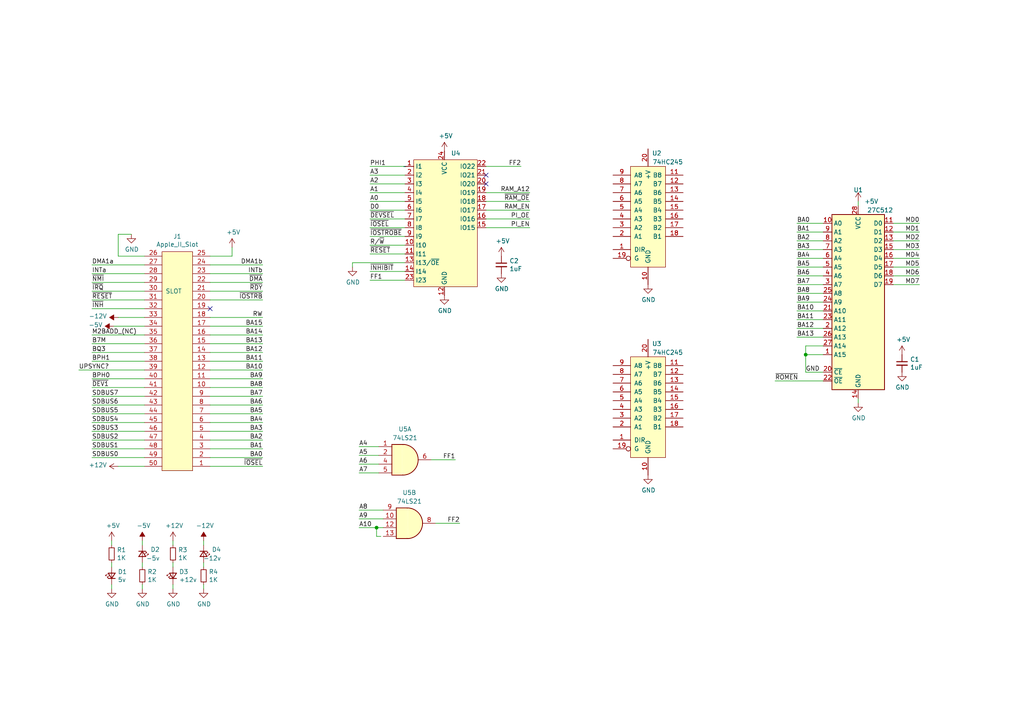
<source format=kicad_sch>
(kicad_sch (version 20230121) (generator eeschema)
  (paper "A4")
  (title_block (title "IWM ROM Card Proto") (rev "1") (company "baldengineer.com") (comment 1 "Mega IIe"))
  (lib_symbols
    (symbol "74xx:74LS21" (pin_names (offset 1.016))
      (property "Reference" "U" (at 0 1.27 0))
      (property "Value" "74LS21" (at 0 -1.27 0))
      (symbol "74LS21_1_1"
        (arc (start -0.635 -4.445) (mid 3.7907 0) (end -0.635 4.445) (stroke (width 0.254)) (fill (type background)))
        (polyline (pts (xy -0.635 4.445) (xy -3.81 4.445) (xy -3.81 -4.445) (xy -0.635 -4.445)) (stroke (width 0.254)) (fill (type background)))
        (pin input line (at -7.62 3.81 0) (length 3.81) (name "~") (number "1"))
        (pin input line (at -7.62 1.27 0) (length 3.81) (name "~") (number "2"))
        (pin input line (at -7.62 -1.27 0) (length 3.81) (name "~") (number "4"))
        (pin input line (at -7.62 -3.81 0) (length 3.81) (name "~") (number "5"))
        (pin output line (at 7.62 0 180) (length 3.81) (name "~") (number "6"))
      )
      (symbol "74LS21_1_2"
        (arc (start -3.81 -4.445) (mid -2.5908 0) (end -3.81 4.445) (stroke (width 0.254)))
        (arc (start -0.6096 -4.445) (mid 2.2246 -2.8422) (end 3.81 0) (stroke (width 0.254)) (fill (type background)))
        (polyline (pts (xy -3.81 -4.445) (xy -0.635 -4.445)) (stroke (width 0.254)) (fill (type background)))
        (polyline (pts (xy -3.81 4.445) (xy -0.635 4.445)) (stroke (width 0.254)) (fill (type background)))
        (polyline (pts (xy -0.635 4.445) (xy -3.81 4.445) (xy -3.81 4.445) (xy -3.6322 4.0894) (xy -3.0988 2.921) (xy -2.7686 1.6764) (xy -2.6162 0.4318) (xy -2.6416 -0.8636) (xy -2.8702 -2.1082) (xy -3.2512 -3.3274) (xy -3.81 -4.445) (xy -3.81 -4.445) (xy -0.635 -4.445)) (stroke (width -25.4)) (fill (type background)))
        (arc (start 3.81 0) (mid 2.2204 2.8379) (end -0.6096 4.445) (stroke (width 0.254)) (fill (type background)))
        (pin input inverted (at -7.62 3.81 0) (length 3.81) (name "~") (number "1"))
        (pin input inverted (at -7.62 1.27 0) (length 4.826) (name "~") (number "2"))
        (pin input inverted (at -7.62 -1.27 0) (length 4.826) (name "~") (number "4"))
        (pin input inverted (at -7.62 -3.81 0) (length 3.81) (name "~") (number "5"))
        (pin output inverted (at 7.62 0 180) (length 3.81) (name "~") (number "6"))
      )
      (symbol "74LS21_2_1"
        (arc (start -0.635 -4.445) (mid 3.7907 0) (end -0.635 4.445) (stroke (width 0.254)) (fill (type background)))
        (polyline (pts (xy -0.635 4.445) (xy -3.81 4.445) (xy -3.81 -4.445) (xy -0.635 -4.445)) (stroke (width 0.254)) (fill (type background)))
        (pin input line (at -7.62 1.27 0) (length 3.81) (name "~") (number "10"))
        (pin input line (at -7.62 -1.27 0) (length 3.81) (name "~") (number "12"))
        (pin input line (at -7.62 -3.81 0) (length 3.81) (name "~") (number "13"))
        (pin output line (at 7.62 0 180) (length 3.81) (name "~") (number "8"))
        (pin input line (at -7.62 3.81 0) (length 3.81) (name "~") (number "9"))
      )
      (symbol "74LS21_2_2"
        (arc (start -3.81 -4.445) (mid -2.5908 0) (end -3.81 4.445) (stroke (width 0.254)))
        (arc (start -0.6096 -4.445) (mid 2.2246 -2.8422) (end 3.81 0) (stroke (width 0.254)) (fill (type background)))
        (polyline (pts (xy -3.81 -4.445) (xy -0.635 -4.445)) (stroke (width 0.254)) (fill (type background)))
        (polyline (pts (xy -3.81 4.445) (xy -0.635 4.445)) (stroke (width 0.254)) (fill (type background)))
        (polyline (pts (xy -0.635 4.445) (xy -3.81 4.445) (xy -3.81 4.445) (xy -3.6322 4.0894) (xy -3.0988 2.921) (xy -2.7686 1.6764) (xy -2.6162 0.4318) (xy -2.6416 -0.8636) (xy -2.8702 -2.1082) (xy -3.2512 -3.3274) (xy -3.81 -4.445) (xy -3.81 -4.445) (xy -0.635 -4.445)) (stroke (width -25.4)) (fill (type background)))
        (arc (start 3.81 0) (mid 2.2204 2.8379) (end -0.6096 4.445) (stroke (width 0.254)) (fill (type background)))
        (pin input inverted (at -7.62 1.27 0) (length 4.826) (name "~") (number "10"))
        (pin input inverted (at -7.62 -1.27 0) (length 4.826) (name "~") (number "12"))
        (pin input inverted (at -7.62 -3.81 0) (length 3.81) (name "~") (number "13"))
        (pin output inverted (at 7.62 0 180) (length 3.81) (name "~") (number "8"))
        (pin input inverted (at -7.62 3.81 0) (length 3.81) (name "~") (number "9"))
      )
      (symbol "74LS21_3_0"
        (pin power_in line (at 0 12.7 270) (length 5.08) (name "VCC") (number "14"))
        (pin power_in line (at 0 -12.7 90) (length 5.08) (name "GND") (number "7"))
      )
      (symbol "74LS21_3_1"
        (rectangle (start -5.08 7.62) (end 5.08 -7.62) (stroke (width 0.254)) (fill (type background)))
      )
    )
    (symbol "Device:C_Small" (pin_numbers hide) (pin_names (offset 0.254) hide)
      (property "Reference" "C" (at 0.254 1.778 0))
      (property "Value" "C_Small" (at 0.254 -2.032 0))
      (symbol "C_Small_0_1"
        (polyline (pts (xy -1.524 -0.508) (xy 1.524 -0.508)) (stroke (width 0.3302)))
        (polyline (pts (xy -1.524 0.508) (xy 1.524 0.508)) (stroke (width 0.3048)))
      )
      (symbol "C_Small_1_1"
        (pin passive line (at 0 2.54 270) (length 2.032) (name "~") (number "1"))
        (pin passive line (at 0 -2.54 90) (length 2.032) (name "~") (number "2"))
      )
    )
    (symbol "Device:LED_Small" (pin_numbers hide) (pin_names (offset 0.254) hide)
      (property "Reference" "D" (at -1.27 3.175 0))
      (property "Value" "LED_Small" (at -4.445 -2.54 0))
      (symbol "LED_Small_0_1"
        (polyline (pts (xy -0.762 -1.016) (xy -0.762 1.016)) (stroke (width 0.254)))
        (polyline (pts (xy 1.016 0) (xy -0.762 0)))
        (polyline (pts (xy 0.762 -1.016) (xy -0.762 0) (xy 0.762 1.016) (xy 0.762 -1.016)) (stroke (width 0.254)))
        (polyline (pts (xy 0 0.762) (xy -0.508 1.27) (xy -0.254 1.27) (xy -0.508 1.27) (xy -0.508 1.016)))
        (polyline (pts (xy 0.508 1.27) (xy 0 1.778) (xy 0.254 1.778) (xy 0 1.778) (xy 0 1.524)))
      )
      (symbol "LED_Small_1_1"
        (pin passive line (at -2.54 0 0) (length 1.778) (name "K") (number "1"))
        (pin passive line (at 2.54 0 180) (length 1.778) (name "A") (number "2"))
      )
    )
    (symbol "Memory_EPROM:27C512"
      (property "Reference" "U" (at -7.62 26.67 0))
      (property "Value" "27C512" (at 2.54 -26.67 0))
      (symbol "27C512_1_1"
        (rectangle (start -7.62 25.4) (end 7.62 -25.4) (stroke (width 0.254)) (fill (type background)))
        (pin input line (at -10.16 -15.24 0) (length 2.54) (name "A15") (number "1"))
        (pin input line (at -10.16 22.86 0) (length 2.54) (name "A0") (number "10"))
        (pin tri_state line (at 10.16 22.86 180) (length 2.54) (name "D0") (number "11"))
        (pin tri_state line (at 10.16 20.32 180) (length 2.54) (name "D1") (number "12"))
        (pin tri_state line (at 10.16 17.78 180) (length 2.54) (name "D2") (number "13"))
        (pin power_in line (at 0 -27.94 90) (length 2.54) (name "GND") (number "14"))
        (pin tri_state line (at 10.16 15.24 180) (length 2.54) (name "D3") (number "15"))
        (pin tri_state line (at 10.16 12.7 180) (length 2.54) (name "D4") (number "16"))
        (pin tri_state line (at 10.16 10.16 180) (length 2.54) (name "D5") (number "17"))
        (pin tri_state line (at 10.16 7.62 180) (length 2.54) (name "D6") (number "18"))
        (pin tri_state line (at 10.16 5.08 180) (length 2.54) (name "D7") (number "19"))
        (pin input line (at -10.16 -7.62 0) (length 2.54) (name "A12") (number "2"))
        (pin input line (at -10.16 -20.32 0) (length 2.54) (name "~{CE}") (number "20"))
        (pin input line (at -10.16 -2.54 0) (length 2.54) (name "A10") (number "21"))
        (pin input line (at -10.16 -22.86 0) (length 2.54) (name "~{OE}") (number "22"))
        (pin input line (at -10.16 -5.08 0) (length 2.54) (name "A11") (number "23"))
        (pin input line (at -10.16 0 0) (length 2.54) (name "A9") (number "24"))
        (pin input line (at -10.16 2.54 0) (length 2.54) (name "A8") (number "25"))
        (pin input line (at -10.16 -10.16 0) (length 2.54) (name "A13") (number "26"))
        (pin input line (at -10.16 -12.7 0) (length 2.54) (name "A14") (number "27"))
        (pin power_in line (at 0 27.94 270) (length 2.54) (name "VCC") (number "28"))
        (pin input line (at -10.16 5.08 0) (length 2.54) (name "A7") (number "3"))
        (pin input line (at -10.16 7.62 0) (length 2.54) (name "A6") (number "4"))
        (pin input line (at -10.16 10.16 0) (length 2.54) (name "A5") (number "5"))
        (pin input line (at -10.16 12.7 0) (length 2.54) (name "A4") (number "6"))
        (pin input line (at -10.16 15.24 0) (length 2.54) (name "A3") (number "7"))
        (pin input line (at -10.16 17.78 0) (length 2.54) (name "A2") (number "8"))
        (pin input line (at -10.16 20.32 0) (length 2.54) (name "A1") (number "9"))
      )
    )
    (symbol "My Library:GAL20V8"
      (property "Reference" "U" (at 4.445 20.32 0))
      (symbol "GAL20V8_0_0"
        (pin input line (at -11.43 16.51 0) (length 2.54) (name "I1") (number "1"))
        (pin input line (at -11.43 -6.35 0) (length 2.54) (name "I10") (number "10"))
        (pin input line (at -11.43 -8.89 0) (length 2.54) (name "I11") (number "11"))
        (pin power_in line (at 0 -20.955 90) (length 2.54) (name "GND") (number "12"))
        (pin input line (at -11.43 -13.97 0) (length 2.54) (name "I14") (number "14"))
        (pin bidirectional line (at 12.065 -1.27 180) (length 2.54) (name "IO15") (number "15"))
        (pin bidirectional line (at 12.065 1.27 180) (length 2.54) (name "IO16") (number "16"))
        (pin bidirectional line (at 12.065 3.81 180) (length 2.54) (name "IO17") (number "17"))
        (pin bidirectional line (at 12.065 6.35 180) (length 2.54) (name "IO18") (number "18"))
        (pin bidirectional line (at 12.065 8.89 180) (length 2.54) (name "IO19") (number "19"))
        (pin input line (at -11.43 13.97 0) (length 2.54) (name "i2") (number "2"))
        (pin bidirectional line (at 12.065 11.43 180) (length 2.54) (name "IO20") (number "20"))
        (pin bidirectional line (at 12.065 13.97 180) (length 2.54) (name "IO21") (number "21"))
        (pin bidirectional line (at 12.065 16.51 180) (length 2.54) (name "IO22") (number "22"))
        (pin input line (at -11.43 -16.51 0) (length 2.54) (name "I23") (number "23"))
        (pin power_in line (at 0 20.955 270) (length 2.54) (name "VCC") (number "24"))
        (pin input line (at -11.43 11.43 0) (length 2.54) (name "I3") (number "3"))
        (pin input line (at -11.43 8.89 0) (length 2.54) (name "I4") (number "4"))
        (pin input line (at -11.43 6.35 0) (length 2.54) (name "I5") (number "5"))
        (pin input line (at -11.43 3.81 0) (length 2.54) (name "I6") (number "6"))
        (pin input line (at -11.43 1.27 0) (length 2.54) (name "I7") (number "7"))
        (pin input line (at -11.43 -1.27 0) (length 2.54) (name "I8") (number "8"))
        (pin input line (at -11.43 -3.81 0) (length 2.54) (name "I9") (number "9"))
      )
      (symbol "GAL20V8_1_0"
        (pin input line (at -11.43 -11.43 0) (length 2.54) (name "I13/~{OE}") (number "13"))
      )
      (symbol "GAL20V8_1_1"
        (rectangle (start -8.89 18.415) (end 9.525 -18.415) (fill (type background)))
      )
    )
    (symbol "gd-io-proto-pcb-rescue:74HCT245-Apple_IIgs_Symbols" (pin_names (offset 1.016))
      (property "Reference" "U" (at 2.54 19.05 0))
      (property "Value" "74HCT245-Apple_IIgs_Symbols" (at 6.35 16.51 0))
      (symbol "74HCT245-Apple_IIgs_Symbols_0_0"
        (rectangle (start -5.08 15.24) (end 5.08 -13.97) (fill (type background)))
      )
      (symbol "74HCT245-Apple_IIgs_Symbols_1_1"
        (pin input line (at -10.16 -8.89 0) (length 5.08) (name "DIR") (number "1"))
        (pin input line (at 0 -19.05 90) (length 5.08) (name "GND") (number "10"))
        (pin input line (at 10.16 12.7 180) (length 5.08) (name "B8") (number "11"))
        (pin input line (at 10.16 10.16 180) (length 5.08) (name "B7") (number "12"))
        (pin input line (at 10.16 7.62 180) (length 5.08) (name "B6") (number "13"))
        (pin input line (at 10.16 5.08 180) (length 5.08) (name "B5") (number "14"))
        (pin input line (at 10.16 2.54 180) (length 5.08) (name "B4") (number "15"))
        (pin input line (at 10.16 0 180) (length 5.08) (name "B3") (number "16"))
        (pin input line (at 10.16 -2.54 180) (length 5.08) (name "B2") (number "17"))
        (pin input line (at 10.16 -5.08 180) (length 5.08) (name "B1") (number "18"))
        (pin input inverted (at -10.16 -11.43 0) (length 5.08) (name "G") (number "19"))
        (pin input line (at -10.16 -5.08 0) (length 5.08) (name "A1") (number "2"))
        (pin input line (at 0 20.32 270) (length 5.08) (name "+V") (number "20"))
        (pin input line (at -10.16 -2.54 0) (length 5.08) (name "A2") (number "3"))
        (pin input line (at -10.16 0 0) (length 5.08) (name "A3") (number "4"))
        (pin input line (at -10.16 2.54 0) (length 5.08) (name "A4") (number "5"))
        (pin input line (at -10.16 5.08 0) (length 5.08) (name "A5") (number "6"))
        (pin input line (at -10.16 7.62 0) (length 5.08) (name "A6") (number "7"))
        (pin input line (at -10.16 10.16 0) (length 5.08) (name "A7") (number "8"))
        (pin input line (at -10.16 12.7 0) (length 5.08) (name "A8") (number "9"))
      )
    )
    (symbol "gd-io-proto-pcb-rescue:Apple_II_Slot-Apple_IIgs_Symbols" (pin_names (offset 1.016))
      (property "Reference" "J" (at 0 27.94 0))
      (property "Value" "Apple_II_Slot-Apple_IIgs_Symbols" (at 1.27 31.75 0))
      (symbol "Apple_II_Slot-Apple_IIgs_Symbols_0_0"
        (rectangle (start -3.81 30.48) (end 5.08 -33.02) (fill (type background)))
      )
      (symbol "Apple_II_Slot-Apple_IIgs_Symbols_1_1"
        (pin input line (at 10.16 -31.75 180) (length 5.08) (name "~") (number "1"))
        (pin input line (at 10.16 -8.89 180) (length 5.08) (name "~") (number "10"))
        (pin input line (at 10.16 -6.35 180) (length 5.08) (name "~") (number "11"))
        (pin input line (at 10.16 -3.81 180) (length 5.08) (name "~") (number "12"))
        (pin input line (at 10.16 -1.27 180) (length 5.08) (name "~") (number "13"))
        (pin input line (at 10.16 1.27 180) (length 5.08) (name "~") (number "14"))
        (pin input line (at 10.16 3.81 180) (length 5.08) (name "~") (number "15"))
        (pin input line (at 10.16 6.35 180) (length 5.08) (name "~") (number "16"))
        (pin input line (at 10.16 8.89 180) (length 5.08) (name "~") (number "17"))
        (pin input line (at 10.16 11.43 180) (length 5.08) (name "~") (number "18"))
        (pin input line (at 10.16 13.97 180) (length 5.08) (name "~") (number "19"))
        (pin input line (at 10.16 -29.21 180) (length 5.08) (name "~") (number "2"))
        (pin input line (at 10.16 16.51 180) (length 5.08) (name "~") (number "20"))
        (pin input line (at 10.16 19.05 180) (length 5.08) (name "~") (number "21"))
        (pin input line (at 10.16 21.59 180) (length 5.08) (name "~") (number "22"))
        (pin input line (at 10.16 24.13 180) (length 5.08) (name "~") (number "23"))
        (pin input line (at 10.16 26.67 180) (length 5.08) (name "~") (number "24"))
        (pin input line (at 10.16 29.21 180) (length 5.08) (name "~") (number "25"))
        (pin input line (at -8.89 29.21 0) (length 5.08) (name "~") (number "26"))
        (pin input line (at -8.89 26.67 0) (length 5.08) (name "~") (number "27"))
        (pin input line (at -8.89 24.13 0) (length 5.08) (name "~") (number "28"))
        (pin input line (at -8.89 21.59 0) (length 5.08) (name "~") (number "29"))
        (pin input line (at 10.16 -26.67 180) (length 5.08) (name "~") (number "3"))
        (pin input line (at -8.89 19.05 0) (length 5.08) (name "SLOT") (number "30"))
        (pin input line (at -8.89 16.51 0) (length 5.08) (name "~") (number "31"))
        (pin input line (at -8.89 13.97 0) (length 5.08) (name "~") (number "32"))
        (pin input line (at -8.89 11.43 0) (length 5.08) (name "~") (number "33"))
        (pin input line (at -8.89 8.89 0) (length 5.08) (name "~") (number "34"))
        (pin input line (at -8.89 6.35 0) (length 5.08) (name "~") (number "35"))
        (pin input line (at -8.89 3.81 0) (length 5.08) (name "~") (number "36"))
        (pin input line (at -8.89 1.27 0) (length 5.08) (name "~") (number "37"))
        (pin input line (at -8.89 -1.27 0) (length 5.08) (name "~") (number "38"))
        (pin input line (at -8.89 -3.81 0) (length 5.08) (name "~") (number "39"))
        (pin input line (at 10.16 -24.13 180) (length 5.08) (name "~") (number "4"))
        (pin input line (at -8.89 -6.35 0) (length 5.08) (name "~") (number "40"))
        (pin input line (at -8.89 -8.89 0) (length 5.08) (name "~") (number "41"))
        (pin input line (at -8.89 -11.43 0) (length 5.08) (name "~") (number "42"))
        (pin input line (at -8.89 -13.97 0) (length 5.08) (name "~") (number "43"))
        (pin input line (at -8.89 -16.51 0) (length 5.08) (name "~") (number "44"))
        (pin input line (at -8.89 -19.05 0) (length 5.08) (name "~") (number "45"))
        (pin input line (at -8.89 -21.59 0) (length 5.08) (name "~") (number "46"))
        (pin input line (at -8.89 -24.13 0) (length 5.08) (name "~") (number "47"))
        (pin input line (at -8.89 -26.67 0) (length 5.08) (name "~") (number "48"))
        (pin input line (at -8.89 -29.21 0) (length 5.08) (name "~") (number "49"))
        (pin input line (at 10.16 -21.59 180) (length 5.08) (name "~") (number "5"))
        (pin input line (at -8.89 -31.75 0) (length 5.08) (name "~") (number "50"))
        (pin input line (at 10.16 -19.05 180) (length 5.08) (name "~") (number "6"))
        (pin input line (at 10.16 -16.51 180) (length 5.08) (name "~") (number "7"))
        (pin input line (at 10.16 -13.97 180) (length 5.08) (name "~") (number "8"))
        (pin input line (at 10.16 -11.43 180) (length 5.08) (name "~") (number "9"))
      )
    )
    (symbol "gd-io-proto-pcb-rescue:R_0805-My_Library" (pin_numbers hide) (pin_names (offset 0.254) hide)
      (property "Reference" "R" (at 0.762 0.508 0))
      (property "Value" "R_0805-My_Library" (at 0.762 -1.016 0))
      (symbol "R_0805-My_Library_0_1"
        (rectangle (start -0.762 1.778) (end 0.762 -1.778) (stroke (width 0.2032)))
      )
      (symbol "R_0805-My_Library_1_1"
        (pin passive line (at 0 2.54 270) (length 0.762) (name "~") (number "1"))
        (pin passive line (at 0 -2.54 90) (length 0.762) (name "~") (number "2"))
      )
    )
    (symbol "power:+12V" (power) (pin_names (offset 0))
      (property "Value" "+12V" (at 0 3.556 0))
      (symbol "+12V_0_1"
        (polyline (pts (xy -0.762 1.27) (xy 0 2.54)))
        (polyline (pts (xy 0 0) (xy 0 2.54)))
        (polyline (pts (xy 0 2.54) (xy 0.762 1.27)))
      )
      (symbol "+12V_1_1"
        (pin power_in line (at 0 0 90) (length 0) hide (name "+12V") (number "1"))
      )
    )
    (symbol "power:+5V" (power) (pin_names (offset 0))
      (property "Value" "+5V" (at 0 3.556 0))
      (symbol "+5V_0_1"
        (polyline (pts (xy -0.762 1.27) (xy 0 2.54)))
        (polyline (pts (xy 0 0) (xy 0 2.54)))
        (polyline (pts (xy 0 2.54) (xy 0.762 1.27)))
      )
      (symbol "+5V_1_1"
        (pin power_in line (at 0 0 90) (length 0) hide (name "+5V") (number "1"))
      )
    )
    (symbol "power:-12V" (power) (pin_names (offset 0))
      (property "Value" "-12V" (at 0 3.81 0))
      (symbol "-12V_0_0"
        (pin power_in line (at 0 0 90) (length 0) hide (name "-12V") (number "1"))
      )
      (symbol "-12V_0_1"
        (polyline (pts (xy 0 0) (xy 0 1.27) (xy 0.762 1.27) (xy 0 2.54) (xy -0.762 1.27) (xy 0 1.27)) (fill (type outline)))
      )
    )
    (symbol "power:-5V" (power) (pin_names (offset 0))
      (property "Value" "-5V" (at 0 3.81 0))
      (symbol "-5V_0_0"
        (pin power_in line (at 0 0 90) (length 0) hide (name "-5V") (number "1"))
      )
      (symbol "-5V_0_1"
        (polyline (pts (xy 0 0) (xy 0 1.27) (xy 0.762 1.27) (xy 0 2.54) (xy -0.762 1.27) (xy 0 1.27)) (fill (type outline)))
      )
    )
    (symbol "power:GND" (power) (pin_names (offset 0))
      (property "Value" "GND" (at 0 -3.81 0))
      (symbol "GND_0_1"
        (polyline (pts (xy 0 0) (xy 0 -1.27) (xy 1.27 -1.27) (xy 0 -2.54) (xy -1.27 -1.27) (xy 0 -1.27)))
      )
      (symbol "GND_1_1"
        (pin power_in line (at 0 0 270) (length 0) hide (name "GND") (number "1"))
      )
    )
  )
  (junction (at 109.22 153.035))
  (junction (at 233.68 102.87))
  (no_connect (at 140.97 53.34))
  (no_connect (at 140.97 50.8))
  (no_connect (at 60.96 89.535))
  (wire (pts (xy 140.97 55.88) (xy 153.67 55.88)))
  (wire (pts (xy 107.315 66.04) (xy 117.475 66.04)))
  (wire (pts (xy 238.76 82.55) (xy 231.14 82.55)))
  (wire (pts (xy 107.315 63.5) (xy 117.475 63.5)))
  (wire (pts (xy 26.67 79.375) (xy 41.91 79.375)))
  (wire (pts (xy 238.76 87.63) (xy 231.14 87.63)))
  (wire (pts (xy 67.31 71.755) (xy 67.31 74.295)))
  (wire (pts (xy 109.22 153.035) (xy 111.125 153.035)))
  (wire (pts (xy 32.385 170.815) (xy 32.385 169.545)))
  (wire (pts (xy 109.22 155.575) (xy 109.22 153.035)))
  (wire (pts (xy 34.29 92.075) (xy 41.91 92.075)))
  (wire (pts (xy 50.165 170.815) (xy 50.165 169.545)))
  (wire (pts (xy 140.97 60.96) (xy 153.67 60.96)))
  (wire (pts (xy 41.91 86.995) (xy 26.67 86.995)))
  (wire (pts (xy 238.76 69.85) (xy 231.14 69.85)))
  (wire (pts (xy 107.315 71.12) (xy 117.475 71.12)))
  (wire (pts (xy 41.91 97.155) (xy 26.67 97.155)))
  (wire (pts (xy 104.14 153.035) (xy 109.22 153.035)))
  (wire (pts (xy 60.96 76.835) (xy 76.2 76.835)))
  (wire (pts (xy 26.67 76.835) (xy 41.91 76.835)))
  (wire (pts (xy 151.13 48.26) (xy 140.97 48.26)))
  (wire (pts (xy 32.385 164.465) (xy 32.385 163.195)))
  (wire (pts (xy 238.76 107.95) (xy 233.68 107.95)))
  (wire (pts (xy 41.91 81.915) (xy 26.67 81.915)))
  (wire (pts (xy 60.96 92.075) (xy 76.2 92.075)))
  (wire (pts (xy 22.86 107.315) (xy 41.91 107.315)))
  (wire (pts (xy 41.275 156.845) (xy 41.275 158.115)))
  (wire (pts (xy 60.96 130.175) (xy 76.2 130.175)))
  (wire (pts (xy 26.67 120.015) (xy 41.91 120.015)))
  (wire (pts (xy 60.96 125.095) (xy 76.2 125.095)))
  (wire (pts (xy 60.96 79.375) (xy 76.2 79.375)))
  (wire (pts (xy 60.96 94.615) (xy 76.2 94.615)))
  (wire (pts (xy 60.96 127.635) (xy 76.2 127.635)))
  (wire (pts (xy 238.76 72.39) (xy 231.14 72.39)))
  (wire (pts (xy 26.67 102.235) (xy 41.91 102.235)))
  (wire (pts (xy 259.08 82.55) (xy 266.7 82.55)))
  (wire (pts (xy 26.67 132.715) (xy 41.91 132.715)))
  (wire (pts (xy 107.315 60.96) (xy 117.475 60.96)))
  (wire (pts (xy 41.275 170.815) (xy 41.275 169.545)))
  (wire (pts (xy 238.76 92.71) (xy 231.14 92.71)))
  (wire (pts (xy 60.96 84.455) (xy 76.2 84.455)))
  (wire (pts (xy 41.91 84.455) (xy 26.67 84.455)))
  (wire (pts (xy 104.14 134.62) (xy 109.855 134.62)))
  (wire (pts (xy 26.67 122.555) (xy 41.91 122.555)))
  (wire (pts (xy 26.67 114.935) (xy 41.91 114.935)))
  (wire (pts (xy 125.095 133.35) (xy 132.08 133.35)))
  (wire (pts (xy 259.08 69.85) (xy 266.7 69.85)))
  (wire (pts (xy 238.76 85.09) (xy 231.14 85.09)))
  (wire (pts (xy 41.91 99.695) (xy 26.67 99.695)))
  (wire (pts (xy 60.96 97.155) (xy 76.2 97.155)))
  (wire (pts (xy 238.76 97.79) (xy 231.14 97.79)))
  (wire (pts (xy 26.67 104.775) (xy 41.91 104.775)))
  (wire (pts (xy 104.14 150.495) (xy 111.125 150.495)))
  (wire (pts (xy 233.68 102.87) (xy 233.68 107.95)))
  (wire (pts (xy 34.29 67.945) (xy 38.1 67.945)))
  (wire (pts (xy 60.96 104.775) (xy 76.2 104.775)))
  (wire (pts (xy 238.76 67.31) (xy 231.14 67.31)))
  (wire (pts (xy 26.67 117.475) (xy 41.91 117.475)))
  (wire (pts (xy 67.31 74.295) (xy 60.96 74.295)))
  (wire (pts (xy 102.235 76.2) (xy 117.475 76.2)))
  (wire (pts (xy 107.315 50.8) (xy 117.475 50.8)))
  (wire (pts (xy 259.08 74.93) (xy 266.7 74.93)))
  (wire (pts (xy 107.315 73.66) (xy 117.475 73.66)))
  (wire (pts (xy 26.67 112.395) (xy 41.91 112.395)))
  (wire (pts (xy 59.055 164.465) (xy 59.055 163.195)))
  (wire (pts (xy 60.96 81.915) (xy 76.2 81.915)))
  (wire (pts (xy 107.315 48.26) (xy 117.475 48.26)))
  (wire (pts (xy 26.67 125.095) (xy 41.91 125.095)))
  (wire (pts (xy 266.7 64.77) (xy 259.08 64.77)))
  (wire (pts (xy 50.165 156.845) (xy 50.165 158.115)))
  (wire (pts (xy 32.385 156.845) (xy 32.385 158.115)))
  (wire (pts (xy 259.08 72.39) (xy 266.7 72.39)))
  (wire (pts (xy 110.49 155.575) (xy 109.22 155.575)))
  (wire (pts (xy 60.96 99.695) (xy 76.2 99.695)))
  (wire (pts (xy 248.92 115.57) (xy 248.92 116.84)))
  (wire (pts (xy 60.96 120.015) (xy 76.2 120.015)))
  (wire (pts (xy 41.91 74.295) (xy 34.29 74.295)))
  (wire (pts (xy 59.055 170.815) (xy 59.055 169.545)))
  (wire (pts (xy 107.315 55.88) (xy 117.475 55.88)))
  (wire (pts (xy 60.96 109.855) (xy 76.2 109.855)))
  (wire (pts (xy 259.08 67.31) (xy 266.7 67.31)))
  (wire (pts (xy 238.76 102.87) (xy 233.68 102.87)))
  (wire (pts (xy 238.76 64.77) (xy 231.14 64.77)))
  (wire (pts (xy 140.97 66.04) (xy 153.67 66.04)))
  (wire (pts (xy 102.235 76.2) (xy 102.235 77.47)))
  (wire (pts (xy 60.96 112.395) (xy 76.2 112.395)))
  (wire (pts (xy 238.76 74.93) (xy 231.14 74.93)))
  (wire (pts (xy 34.29 74.295) (xy 34.29 67.945)))
  (wire (pts (xy 104.14 132.08) (xy 109.855 132.08)))
  (wire (pts (xy 34.29 135.255) (xy 41.91 135.255)))
  (wire (pts (xy 104.14 137.16) (xy 109.855 137.16)))
  (wire (pts (xy 140.97 58.42) (xy 153.67 58.42)))
  (wire (pts (xy 238.76 90.17) (xy 231.14 90.17)))
  (wire (pts (xy 26.67 109.855) (xy 41.91 109.855)))
  (wire (pts (xy 259.08 80.01) (xy 266.7 80.01)))
  (wire (pts (xy 60.96 86.995) (xy 76.2 86.995)))
  (wire (pts (xy 60.96 135.255) (xy 76.2 135.255)))
  (wire (pts (xy 104.14 129.54) (xy 109.855 129.54)))
  (wire (pts (xy 224.79 110.49) (xy 238.76 110.49)))
  (wire (pts (xy 233.68 102.87) (xy 233.68 100.33)))
  (wire (pts (xy 126.365 151.765) (xy 133.35 151.765)))
  (wire (pts (xy 107.315 81.28) (xy 117.475 81.28)))
  (wire (pts (xy 107.315 58.42) (xy 117.475 58.42)))
  (wire (pts (xy 259.08 77.47) (xy 266.7 77.47)))
  (wire (pts (xy 238.76 100.33) (xy 233.68 100.33)))
  (wire (pts (xy 60.96 117.475) (xy 76.2 117.475)))
  (wire (pts (xy 60.96 122.555) (xy 76.2 122.555)))
  (wire (pts (xy 238.76 80.01) (xy 231.14 80.01)))
  (wire (pts (xy 140.97 63.5) (xy 153.67 63.5)))
  (wire (pts (xy 60.96 132.715) (xy 76.2 132.715)))
  (wire (pts (xy 238.76 95.25) (xy 231.14 95.25)))
  (wire (pts (xy 60.96 107.315) (xy 76.2 107.315)))
  (wire (pts (xy 104.14 147.955) (xy 111.125 147.955)))
  (wire (pts (xy 41.91 89.535) (xy 26.67 89.535)))
  (wire (pts (xy 107.315 78.74) (xy 117.475 78.74)))
  (wire (pts (xy 26.67 127.635) (xy 41.91 127.635)))
  (wire (pts (xy 107.315 68.58) (xy 117.475 68.58)))
  (wire (pts (xy 41.275 164.465) (xy 41.275 163.195)))
  (wire (pts (xy 59.055 156.845) (xy 59.055 158.115)))
  (wire (pts (xy 238.76 77.47) (xy 231.14 77.47)))
  (wire (pts (xy 60.96 114.935) (xy 76.2 114.935)))
  (wire (pts (xy 26.67 130.175) (xy 41.91 130.175)))
  (wire (pts (xy 107.315 53.34) (xy 117.475 53.34)))
  (wire (pts (xy 50.165 164.465) (xy 50.165 163.195)))
  (wire (pts (xy 248.92 58.42) (xy 248.92 59.69)))
  (wire (pts (xy 60.96 102.235) (xy 76.2 102.235)))
  (wire (pts (xy 33.02 94.615) (xy 41.91 94.615)))
  (label "FF1" (at 107.315 81.28 0))
  (label "DMA1a" (at 26.67 76.835 0))
  (label "~{ROMEN}" (at 224.79 110.49 0))
  (label "~{DMA}" (at 76.2 81.915 180))
  (label "RAM_EN" (at 153.67 60.96 180))
  (label "RW" (at 76.2 92.075 180))
  (label "A2" (at 107.315 53.34 0))
  (label "A5" (at 104.14 132.08 0))
  (label "FF2" (at 151.13 48.26 180))
  (label "BA6" (at 231.14 80.01 0))
  (label "BA0" (at 231.14 64.77 0))
  (label "MD3" (at 266.7 72.39 180))
  (label "BPH0" (at 26.67 109.855 0))
  (label "SDBUS1" (at 26.67 130.175 0))
  (label "~{IOSEL}" (at 76.2 135.255 180))
  (label "BA3" (at 231.14 72.39 0))
  (label "BA15" (at 76.2 94.615 180))
  (label "BA14" (at 76.2 97.155 180))
  (label "INTa" (at 26.67 79.375 0))
  (label "PI_OE" (at 153.67 63.5 180))
  (label "BA8" (at 76.2 112.395 180))
  (label "SDBUS0" (at 26.67 132.715 0))
  (label "MD4" (at 266.7 74.93 180))
  (label "BA13" (at 231.14 97.79 0))
  (label "BA1" (at 76.2 130.175 180))
  (label "BA6" (at 76.2 117.475 180))
  (label "BA10" (at 76.2 107.315 180))
  (label "A7" (at 104.14 137.16 0))
  (label "MD5" (at 266.7 77.47 180))
  (label "BA11" (at 231.14 92.71 0))
  (label "SDBUS5" (at 26.67 120.015 0))
  (label "SDBUS3" (at 26.67 125.095 0))
  (label "BA4" (at 76.2 122.555 180))
  (label "R{slash}~{W}" (at 107.315 71.12 0))
  (label "~{IOSTRB}" (at 76.2 86.995 180))
  (label "BA12" (at 76.2 102.235 180))
  (label "BA5" (at 231.14 77.47 0))
  (label "D0" (at 107.315 60.96 0))
  (label "PI_EN" (at 153.67 66.04 180))
  (label "BA5" (at 76.2 120.015 180))
  (label "BA4" (at 231.14 74.93 0))
  (label "BA11" (at 76.2 104.775 180))
  (label "~{RESET}" (at 107.315 73.66 0))
  (label "UPSYNC?" (at 22.86 107.315 0))
  (label "~{RDY}" (at 76.2 84.455 180))
  (label "A0" (at 107.315 58.42 0))
  (label "FF1" (at 132.08 133.35 180))
  (label "~{DEV1}" (at 26.67 112.395 0))
  (label "MD7" (at 266.7 82.55 180))
  (label "BA12" (at 231.14 95.25 0))
  (label "M2BADD_(NC)" (at 26.67 97.155 0))
  (label "~{IOSTROBE}" (at 107.315 68.58 0))
  (label "BA7" (at 231.14 82.55 0))
  (label "BA0" (at 76.2 132.715 180))
  (label "~{IRQ}" (at 26.67 84.455 0))
  (label "BA13" (at 76.2 99.695 180))
  (label "BA2" (at 231.14 69.85 0))
  (label "BA10" (at 231.14 90.17 0))
  (label "BQ3" (at 26.67 102.235 0))
  (label "A6" (at 104.14 134.62 0))
  (label "~{INHIBIT}" (at 107.315 78.74 0))
  (label "BA9" (at 231.14 87.63 0))
  (label "BA1" (at 231.14 67.31 0))
  (label "A8" (at 104.14 147.955 0))
  (label "GND" (at 233.68 107.95 0))
  (label "PHI1" (at 107.315 48.26 0))
  (label "A3" (at 107.315 50.8 0))
  (label "A4" (at 104.14 129.54 0))
  (label "BA9" (at 76.2 109.855 180))
  (label "BA3" (at 76.2 125.095 180))
  (label "SDBUS6" (at 26.67 117.475 0))
  (label "~{RESET}" (at 26.67 86.995 0))
  (label "SDBUS2" (at 26.67 127.635 0))
  (label "A9" (at 104.14 150.495 0))
  (label "BA2" (at 76.2 127.635 180))
  (label "BA7" (at 76.2 114.935 180))
  (label "SDBUS4" (at 26.67 122.555 0))
  (label "~{DEVSEL}" (at 107.315 63.5 0))
  (label "MD2" (at 266.7 69.85 180))
  (label "A10" (at 104.14 153.035 0))
  (label "BA8" (at 231.14 85.09 0))
  (label "MD1" (at 266.7 67.31 180))
  (label "MD0" (at 266.7 64.77 180))
  (label "BPH1" (at 26.67 104.775 0))
  (label "SDBUS7" (at 26.67 114.935 0))
  (label "~{INH}" (at 26.67 89.535 0))
  (label "B7M" (at 26.67 99.695 0))
  (label "~{IOSEL}" (at 107.315 66.04 0))
  (label "DMA1b" (at 76.2 76.835 180))
  (label "MD6" (at 266.7 80.01 180))
  (label "~{NMI}" (at 26.67 81.915 0))
  (label "INTb" (at 76.2 79.375 180))
  (label "A1" (at 107.315 55.88 0))
  (label "~{RAM_OE}" (at 153.67 58.42 180))
  (label "FF2" (at 133.35 151.765 180))
  (label "RAM_A12" (at 153.67 55.88 180))
  (symbol (lib_id "power:GND") (at 187.96 82.55 0) (unit 1)
    (property "Reference" "#PWR022" (effects hide))
    (property "Value" "GND" (at 188.087 86.9442 0))
  )
  (symbol (lib_id "gd-io-proto-pcb-rescue:R_0805-My_Library") (at 32.385 160.655 0) (unit 1)
    (property "Reference" "R1" (at 33.8836 159.4866 0) (effects (justify left)))
    (property "Value" "1K" (at 33.8836 161.798 0) (effects (justify left)))
    (property "Footprint" "Resistor_SMD:R_0805_2012Metric" (effects hide))
  )
  (symbol (lib_id "power:GND") (at 59.055 170.815 0) (unit 1)
    (property "Reference" "#PWR017" (effects hide))
    (property "Value" "GND" (at 59.182 175.2092 0))
  )
  (symbol (lib_id "power:GND") (at 248.92 116.84 0) (unit 1)
    (property "Reference" "#PWR02" (effects hide))
    (property "Value" "GND" (at 249.047 121.2342 0))
  )
  (symbol (lib_id "Device:LED_Small") (at 59.055 160.655 270) (unit 1)
    (property "Reference" "D4" (at 64.135 159.385 90) (effects (justify right)))
    (property "Value" "-12v" (at 64.135 161.925 90) (effects (justify right)))
    (property "Footprint" "LED_SMD:LED_1206_3216Metric" (effects hide))
  )
  (symbol (lib_id "Device:C_Small") (at 145.415 76.835 0) (unit 1)
    (property "Reference" "C2" (at 147.7518 75.6666 0) (effects (justify left)))
    (property "Value" "1uF" (at 147.7518 77.978 0) (effects (justify left)))
    (property "Footprint" "Capacitor_SMD:C_0805_2012Metric" (effects hide))
  )
  (symbol (lib_id "power:+5V") (at 128.905 43.815 0) (unit 1)
    (property "Reference" "#PWR018" (effects hide))
    (property "Value" "+5V" (at 129.286 39.4208 0))
  )
  (symbol (lib_id "Memory_EPROM:27C512") (at 248.92 87.63 0) (unit 1)
    (property "Reference" "U1" (at 248.92 55.0926 0))
    (property "Value" "27C512" (at 255.27 60.96 0))
    (property "Footprint" "Socket:DIP_Socket-28_W11.9_W12.7_W15.24_W17.78_W18.5_3M_228-1277-00-0602J" (effects hide))
    (property "Datasheet" "http://ww1.microchip.com/downloads/en/DeviceDoc/doc0015.pdf" (effects hide))
  )
  (symbol (lib_id "My Library:GAL20V8") (at 128.905 64.77 0) (unit 1)
    (property "Reference" "U4" (at 130.81 44.45 0) (effects (justify left)))
    (property "Value" "~" (at 117.475 48.26 0))
  )
  (symbol (lib_id "power:GND") (at 102.235 77.47 0) (unit 1)
    (property "Reference" "#PWR024" (effects hide))
    (property "Value" "GND" (at 102.362 81.8642 0))
  )
  (symbol (lib_id "gd-io-proto-pcb-rescue:Apple_II_Slot-Apple_IIgs_Symbols") (at 50.8 103.505 0) (unit 1)
    (property "Reference" "J1" (at 51.435 68.58 0))
    (property "Value" "Apple_II_Slot" (at 51.435 70.8914 0))
    (property "Footprint" "My Libraries:Amp_2358256-4_50pos_right_angle_card" (effects hide))
  )
  (symbol (lib_id "power:GND") (at 38.1 67.945 0) (unit 1)
    (property "Reference" "#PWR08" (effects hide))
    (property "Value" "GND" (at 38.227 72.3392 0))
  )
  (symbol (lib_id "Device:C_Small") (at 261.62 105.41 0) (unit 1)
    (property "Reference" "C1" (at 263.9568 104.2416 0) (effects (justify left)))
    (property "Value" "1uF" (at 263.9568 106.553 0) (effects (justify left)))
    (property "Footprint" "Capacitor_SMD:C_0805_2012Metric" (effects hide))
  )
  (symbol (lib_id "power:+5V") (at 67.31 71.755 0) (unit 1)
    (property "Reference" "#PWR09" (effects hide))
    (property "Value" "+5V" (at 67.691 67.3608 0))
  )
  (symbol (lib_id "gd-io-proto-pcb-rescue:74HCT245-Apple_IIgs_Symbols") (at 187.96 118.745 0) (unit 1)
    (property "Reference" "U3" (at 190.5 99.695 0))
    (property "Value" "74HC245" (at 193.675 102.235 0))
    (property "Footprint" "Package_SO:SOIC-20W_7.5x12.8mm_P1.27mm" (effects hide))
  )
  (symbol (lib_id "power:+5V") (at 145.415 74.295 0) (unit 1)
    (property "Reference" "#PWR020" (effects hide))
    (property "Value" "+5V" (at 145.796 69.9008 0))
  )
  (symbol (lib_id "gd-io-proto-pcb-rescue:R_0805-My_Library") (at 50.165 160.655 0) (unit 1)
    (property "Reference" "R3" (at 51.6636 159.4866 0) (effects (justify left)))
    (property "Value" "1K" (at 51.6636 161.798 0) (effects (justify left)))
    (property "Footprint" "Resistor_SMD:R_0805_2012Metric" (effects hide))
  )
  (symbol (lib_id "power:+5V") (at 248.92 58.42 0) (unit 1)
    (property "Reference" "#PWR01" (effects hide))
    (property "Value" "+5V" (at 252.73 58.42 0))
  )
  (symbol (lib_id "power:GND") (at 187.96 137.795 0) (unit 1)
    (property "Reference" "#PWR023" (effects hide))
    (property "Value" "GND" (at 188.087 142.1892 0))
  )
  (symbol (lib_id "power:-12V") (at 59.055 156.845 0) (unit 1)
    (property "Reference" "#PWR016" (effects hide))
    (property "Value" "-12V" (at 59.436 152.4508 0))
  )
  (symbol (lib_id "gd-io-proto-pcb-rescue:74HCT245-Apple_IIgs_Symbols") (at 187.96 63.5 0) (unit 1)
    (property "Reference" "U2" (at 190.5 44.45 0))
    (property "Value" "74HC245" (at 193.675 46.99 0))
    (property "Footprint" "Package_SO:SOIC-20W_7.5x12.8mm_P1.27mm" (effects hide))
  )
  (symbol (lib_id "power:+5V") (at 32.385 156.845 0) (unit 1)
    (property "Reference" "#PWR010" (effects hide))
    (property "Value" "+5V" (at 32.766 152.4508 0))
  )
  (symbol (lib_id "power:GND") (at 32.385 170.815 0) (unit 1)
    (property "Reference" "#PWR011" (effects hide))
    (property "Value" "GND" (at 32.512 175.2092 0))
  )
  (symbol (lib_id "power:-5V") (at 41.275 156.845 0) (unit 1)
    (property "Reference" "#PWR012" (effects hide))
    (property "Value" "-5V" (at 41.656 152.4508 0))
  )
  (symbol (lib_id "power:-5V") (at 33.02 94.615 90) (unit 1)
    (property "Reference" "#PWR05" (effects hide))
    (property "Value" "-5V" (at 29.7688 94.234 90) (effects (justify left)))
  )
  (symbol (lib_id "power:GND") (at 145.415 79.375 0) (unit 1)
    (property "Reference" "#PWR021" (effects hide))
    (property "Value" "GND" (at 145.542 83.7692 0))
  )
  (symbol (lib_id "power:+12V") (at 50.165 156.845 0) (unit 1)
    (property "Reference" "#PWR014" (effects hide))
    (property "Value" "+12V" (at 50.546 152.4508 0))
  )
  (symbol (lib_id "power:+5V") (at 261.62 102.87 0) (unit 1)
    (property "Reference" "#PWR03" (effects hide))
    (property "Value" "+5V" (at 262.001 98.4758 0))
  )
  (symbol (lib_id "74xx:74LS21") (at 118.745 151.765 0) (unit 2)
    (property "Reference" "U5" (at 118.7353 142.875 0))
    (property "Value" "74LS21" (at 118.7353 145.415 0))
    (property "Footprint" "Package_SO:SO-14_3.9x8.65mm_P1.27mm" (effects hide))
    (property "Datasheet" "http://www.ti.com/lit/gpn/sn74LS21" (effects hide))
    (property "MFN" "74HC21D,653" (effects hide))
    (property "Field5" "Nexperia" (effects hide))
  )
  (symbol (lib_id "Device:LED_Small") (at 32.385 167.005 90) (unit 1)
    (property "Reference" "D1" (at 34.163 165.8366 90) (effects (justify right)))
    (property "Value" "5v" (at 34.163 168.148 90) (effects (justify right)))
    (property "Footprint" "LED_SMD:LED_1206_3216Metric" (effects hide))
  )
  (symbol (lib_id "power:+12V") (at 34.29 135.255 90) (unit 1)
    (property "Reference" "#PWR07" (effects hide))
    (property "Value" "+12V" (at 31.0388 134.874 90) (effects (justify left)))
  )
  (symbol (lib_id "74xx:74LS21") (at 117.475 133.35 0) (unit 1)
    (property "Reference" "U5" (at 117.4653 124.46 0))
    (property "Value" "74LS21" (at 117.4653 127 0))
    (property "Footprint" "Package_SO:SO-14_3.9x8.65mm_P1.27mm" (effects hide))
    (property "Datasheet" "http://www.ti.com/lit/gpn/sn74LS21" (effects hide))
    (property "MFN" "74HC21D,653" (effects hide))
    (property "Field5" "Nexperia" (effects hide))
  )
  (symbol (lib_id "power:-12V") (at 34.29 92.075 90) (unit 1)
    (property "Reference" "#PWR06" (effects hide))
    (property "Value" "-12V" (at 31.0388 91.694 90) (effects (justify left)))
  )
  (symbol (lib_id "power:GND") (at 50.165 170.815 0) (unit 1)
    (property "Reference" "#PWR015" (effects hide))
    (property "Value" "GND" (at 50.292 175.2092 0))
  )
  (symbol (lib_id "gd-io-proto-pcb-rescue:R_0805-My_Library") (at 41.275 167.005 0) (unit 1)
    (property "Reference" "R2" (at 42.7736 165.8366 0) (effects (justify left)))
    (property "Value" "1K" (at 42.7736 168.148 0) (effects (justify left)))
    (property "Footprint" "Resistor_SMD:R_0805_2012Metric" (effects hide))
  )
  (symbol (lib_id "power:GND") (at 128.905 85.725 0) (unit 1)
    (property "Reference" "#PWR019" (effects hide))
    (property "Value" "GND" (at 129.032 90.1192 0))
  )
  (symbol (lib_id "gd-io-proto-pcb-rescue:R_0805-My_Library") (at 59.055 167.005 0) (unit 1)
    (property "Reference" "R4" (at 60.5536 165.8366 0) (effects (justify left)))
    (property "Value" "1K" (at 60.5536 168.148 0) (effects (justify left)))
    (property "Footprint" "Resistor_SMD:R_0805_2012Metric" (effects hide))
  )
  (symbol (lib_id "Device:LED_Small") (at 41.275 160.655 270) (unit 1)
    (property "Reference" "D2" (at 46.355 159.385 90) (effects (justify right)))
    (property "Value" "-5v" (at 46.355 161.925 90) (effects (justify right)))
    (property "Footprint" "LED_SMD:LED_1206_3216Metric" (effects hide))
  )
  (symbol (lib_id "power:GND") (at 261.62 107.95 0) (unit 1)
    (property "Reference" "#PWR04" (effects hide))
    (property "Value" "GND" (at 261.747 112.3442 0))
  )
  (symbol (lib_id "Device:LED_Small") (at 50.165 167.005 90) (unit 1)
    (property "Reference" "D3" (at 51.943 165.8366 90) (effects (justify right)))
    (property "Value" "+12v" (at 51.943 168.148 90) (effects (justify right)))
    (property "Footprint" "LED_SMD:LED_1206_3216Metric" (effects hide))
  )
  (symbol (lib_id "power:GND") (at 41.275 170.815 0) (unit 1)
    (property "Reference" "#PWR013" (effects hide))
    (property "Value" "GND" (at 41.402 175.2092 0))
  )
)
</source>
